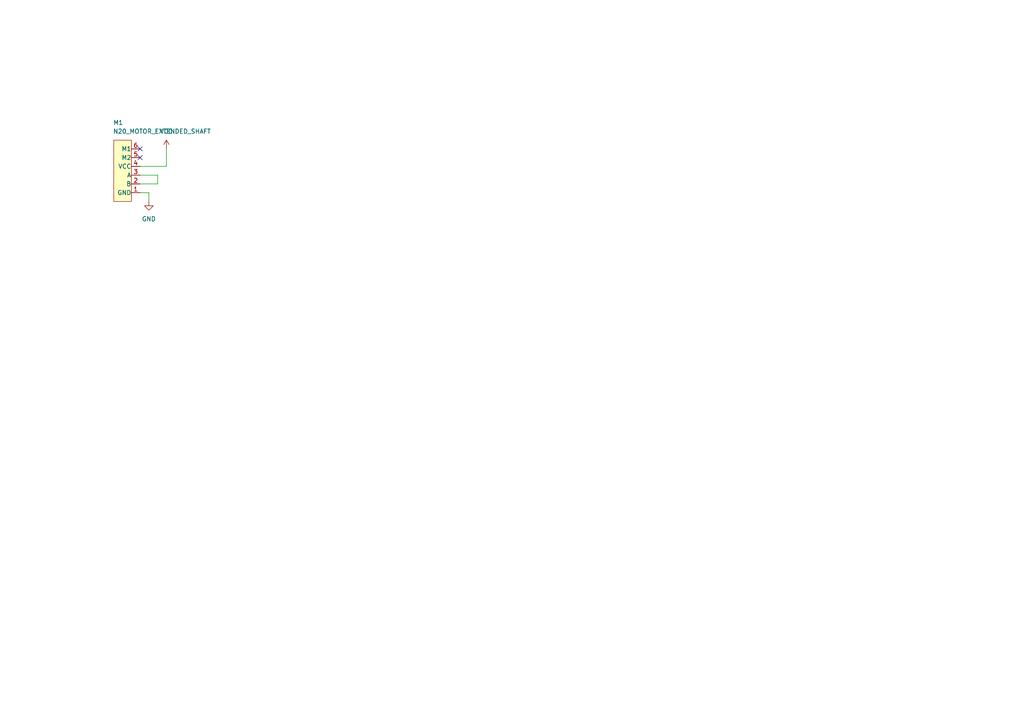
<source format=kicad_sch>
(kicad_sch (version 20211123) (generator eeschema)
  (paper "A4")
  (lib_symbols
    (symbol "pololu:N20_MOTOR_EXTENDED_SHAFT" (pin_names (offset 0.002))
      (property "Reference" "M" (at 2.54 -19.05 0))
      (property "Value" "N20_MOTOR_EXTENDED_SHAFT" (at 13.97 1.27 0))
      (symbol "N20_MOTOR_EXTENDED_SHAFT_0_1"
        (rectangle (start 0 0) (end 5.08 -17.78) (fill (type background)))
      )
      (symbol "N20_MOTOR_EXTENDED_SHAFT_1_1"
        (pin power_in line (at 7.62 -15.24 180) (length 2.54) (name "GND") (number "1"))
        (pin output line (at 7.62 -12.7 180) (length 2.54) (name "B") (number "2"))
        (pin output line (at 7.62 -10.16 180) (length 2.54) (name "A") (number "3"))
        (pin power_in line (at 7.62 -7.62 180) (length 2.54) (name "VCC") (number "4"))
        (pin input line (at 7.62 -5.08 180) (length 2.54) (name "M2") (number "5"))
        (pin input line (at 7.62 -2.54 180) (length 2.54) (name "M1") (number "6"))
      )
    )
    (symbol "power:GND" (power) (pin_names (offset 0))
      (property "Value" "GND" (at 0 -3.81 0))
      (symbol "GND_0_1"
        (polyline (pts (xy 0 0) (xy 0 -1.27) (xy 1.27 -1.27) (xy 0 -2.54) (xy -1.27 -1.27) (xy 0 -1.27)))
      )
      (symbol "GND_1_1"
        (pin power_in line (at 0 0 270) (length 0) hide (name "GND") (number "1"))
      )
    )
    (symbol "power:VCC" (power) (pin_names (offset 0))
      (property "Value" "VCC" (at 0 3.81 0))
      (symbol "VCC_0_1"
        (polyline (pts (xy -0.762 1.27) (xy 0 2.54)))
        (polyline (pts (xy 0 0) (xy 0 2.54)))
        (polyline (pts (xy 0 2.54) (xy 0.762 1.27)))
      )
      (symbol "VCC_1_1"
        (pin power_in line (at 0 0 90) (length 0) hide (name "VCC") (number "1"))
      )
    )
  )
  (no_connect (at 40.64 43.18))
  (no_connect (at 40.64 45.72))
  (wire (pts (xy 40.64 55.88) (xy 43.18 55.88)))
  (wire (pts (xy 45.72 53.34) (xy 45.72 50.8)))
  (wire (pts (xy 48.26 48.26) (xy 48.26 43.18)))
  (wire (pts (xy 43.18 58.42) (xy 43.18 55.88)))
  (wire (pts (xy 40.64 53.34) (xy 45.72 53.34)))
  (wire (pts (xy 40.64 50.8) (xy 45.72 50.8)))
  (wire (pts (xy 40.64 48.26) (xy 48.26 48.26)))
  (symbol (lib_id "power:VCC") (at 48.26 43.18 0) (unit 1)
    (property "Reference" "#PWR?" (effects hide))
    (property "Value" "VCC" (at 48.26 38.1 0))
  )
  (symbol (lib_id "power:GND") (at 43.18 58.42 0) (unit 1)
    (property "Reference" "#PWR?" (effects hide))
    (property "Value" "GND" (at 43.18 63.5 0))
  )
  (symbol (lib_id "pololu:N20_MOTOR_EXTENDED_SHAFT") (at 33.02 40.64 0) (unit 1)
    (property "Reference" "M1" (at 34.29 35.56 0))
    (property "Value" "N20_MOTOR_EXTENDED_SHAFT" (at 46.99 38.1 0))
    (property "Footprint" "pololu:N20_EXTENDED_SHAFT" (effects hide))
  )
)
</source>
